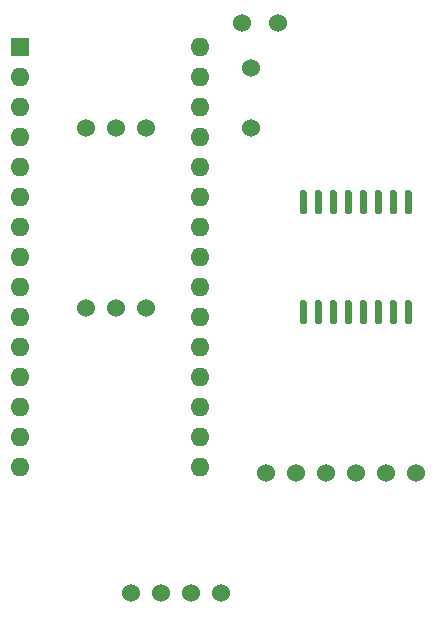
<source format=gbr>
%TF.GenerationSoftware,KiCad,Pcbnew,(5.1.10)-1*%
%TF.CreationDate,2021-10-20T12:04:41-04:00*%
%TF.ProjectId,mainboard,6d61696e-626f-4617-9264-2e6b69636164,rev?*%
%TF.SameCoordinates,Original*%
%TF.FileFunction,Soldermask,Top*%
%TF.FilePolarity,Negative*%
%FSLAX46Y46*%
G04 Gerber Fmt 4.6, Leading zero omitted, Abs format (unit mm)*
G04 Created by KiCad (PCBNEW (5.1.10)-1) date 2021-10-20 12:04:41*
%MOMM*%
%LPD*%
G01*
G04 APERTURE LIST*
%ADD10R,1.600000X1.600000*%
%ADD11O,1.600000X1.600000*%
%ADD12C,1.524000*%
G04 APERTURE END LIST*
D10*
%TO.C,A1*%
X90932000Y-57912000D03*
D11*
X106172000Y-90932000D03*
X90932000Y-60452000D03*
X106172000Y-88392000D03*
X90932000Y-62992000D03*
X106172000Y-85852000D03*
X90932000Y-65532000D03*
X106172000Y-83312000D03*
X90932000Y-68072000D03*
X106172000Y-80772000D03*
X90932000Y-70612000D03*
X106172000Y-78232000D03*
X90932000Y-73152000D03*
X106172000Y-75692000D03*
X90932000Y-75692000D03*
X106172000Y-73152000D03*
X90932000Y-78232000D03*
X106172000Y-70612000D03*
X90932000Y-80772000D03*
X106172000Y-68072000D03*
X90932000Y-83312000D03*
X106172000Y-65532000D03*
X90932000Y-85852000D03*
X106172000Y-62992000D03*
X90932000Y-88392000D03*
X106172000Y-60452000D03*
X90932000Y-90932000D03*
X106172000Y-57912000D03*
X90932000Y-93472000D03*
X106172000Y-93472000D03*
%TD*%
%TO.C,U1*%
G36*
G01*
X115085000Y-81367000D02*
X114785000Y-81367000D01*
G75*
G02*
X114635000Y-81217000I0J150000D01*
G01*
X114635000Y-79467000D01*
G75*
G02*
X114785000Y-79317000I150000J0D01*
G01*
X115085000Y-79317000D01*
G75*
G02*
X115235000Y-79467000I0J-150000D01*
G01*
X115235000Y-81217000D01*
G75*
G02*
X115085000Y-81367000I-150000J0D01*
G01*
G37*
G36*
G01*
X116355000Y-81367000D02*
X116055000Y-81367000D01*
G75*
G02*
X115905000Y-81217000I0J150000D01*
G01*
X115905000Y-79467000D01*
G75*
G02*
X116055000Y-79317000I150000J0D01*
G01*
X116355000Y-79317000D01*
G75*
G02*
X116505000Y-79467000I0J-150000D01*
G01*
X116505000Y-81217000D01*
G75*
G02*
X116355000Y-81367000I-150000J0D01*
G01*
G37*
G36*
G01*
X117625000Y-81367000D02*
X117325000Y-81367000D01*
G75*
G02*
X117175000Y-81217000I0J150000D01*
G01*
X117175000Y-79467000D01*
G75*
G02*
X117325000Y-79317000I150000J0D01*
G01*
X117625000Y-79317000D01*
G75*
G02*
X117775000Y-79467000I0J-150000D01*
G01*
X117775000Y-81217000D01*
G75*
G02*
X117625000Y-81367000I-150000J0D01*
G01*
G37*
G36*
G01*
X118895000Y-81367000D02*
X118595000Y-81367000D01*
G75*
G02*
X118445000Y-81217000I0J150000D01*
G01*
X118445000Y-79467000D01*
G75*
G02*
X118595000Y-79317000I150000J0D01*
G01*
X118895000Y-79317000D01*
G75*
G02*
X119045000Y-79467000I0J-150000D01*
G01*
X119045000Y-81217000D01*
G75*
G02*
X118895000Y-81367000I-150000J0D01*
G01*
G37*
G36*
G01*
X120165000Y-81367000D02*
X119865000Y-81367000D01*
G75*
G02*
X119715000Y-81217000I0J150000D01*
G01*
X119715000Y-79467000D01*
G75*
G02*
X119865000Y-79317000I150000J0D01*
G01*
X120165000Y-79317000D01*
G75*
G02*
X120315000Y-79467000I0J-150000D01*
G01*
X120315000Y-81217000D01*
G75*
G02*
X120165000Y-81367000I-150000J0D01*
G01*
G37*
G36*
G01*
X121435000Y-81367000D02*
X121135000Y-81367000D01*
G75*
G02*
X120985000Y-81217000I0J150000D01*
G01*
X120985000Y-79467000D01*
G75*
G02*
X121135000Y-79317000I150000J0D01*
G01*
X121435000Y-79317000D01*
G75*
G02*
X121585000Y-79467000I0J-150000D01*
G01*
X121585000Y-81217000D01*
G75*
G02*
X121435000Y-81367000I-150000J0D01*
G01*
G37*
G36*
G01*
X122705000Y-81367000D02*
X122405000Y-81367000D01*
G75*
G02*
X122255000Y-81217000I0J150000D01*
G01*
X122255000Y-79467000D01*
G75*
G02*
X122405000Y-79317000I150000J0D01*
G01*
X122705000Y-79317000D01*
G75*
G02*
X122855000Y-79467000I0J-150000D01*
G01*
X122855000Y-81217000D01*
G75*
G02*
X122705000Y-81367000I-150000J0D01*
G01*
G37*
G36*
G01*
X123975000Y-81367000D02*
X123675000Y-81367000D01*
G75*
G02*
X123525000Y-81217000I0J150000D01*
G01*
X123525000Y-79467000D01*
G75*
G02*
X123675000Y-79317000I150000J0D01*
G01*
X123975000Y-79317000D01*
G75*
G02*
X124125000Y-79467000I0J-150000D01*
G01*
X124125000Y-81217000D01*
G75*
G02*
X123975000Y-81367000I-150000J0D01*
G01*
G37*
G36*
G01*
X123975000Y-72067000D02*
X123675000Y-72067000D01*
G75*
G02*
X123525000Y-71917000I0J150000D01*
G01*
X123525000Y-70167000D01*
G75*
G02*
X123675000Y-70017000I150000J0D01*
G01*
X123975000Y-70017000D01*
G75*
G02*
X124125000Y-70167000I0J-150000D01*
G01*
X124125000Y-71917000D01*
G75*
G02*
X123975000Y-72067000I-150000J0D01*
G01*
G37*
G36*
G01*
X122705000Y-72067000D02*
X122405000Y-72067000D01*
G75*
G02*
X122255000Y-71917000I0J150000D01*
G01*
X122255000Y-70167000D01*
G75*
G02*
X122405000Y-70017000I150000J0D01*
G01*
X122705000Y-70017000D01*
G75*
G02*
X122855000Y-70167000I0J-150000D01*
G01*
X122855000Y-71917000D01*
G75*
G02*
X122705000Y-72067000I-150000J0D01*
G01*
G37*
G36*
G01*
X121435000Y-72067000D02*
X121135000Y-72067000D01*
G75*
G02*
X120985000Y-71917000I0J150000D01*
G01*
X120985000Y-70167000D01*
G75*
G02*
X121135000Y-70017000I150000J0D01*
G01*
X121435000Y-70017000D01*
G75*
G02*
X121585000Y-70167000I0J-150000D01*
G01*
X121585000Y-71917000D01*
G75*
G02*
X121435000Y-72067000I-150000J0D01*
G01*
G37*
G36*
G01*
X120165000Y-72067000D02*
X119865000Y-72067000D01*
G75*
G02*
X119715000Y-71917000I0J150000D01*
G01*
X119715000Y-70167000D01*
G75*
G02*
X119865000Y-70017000I150000J0D01*
G01*
X120165000Y-70017000D01*
G75*
G02*
X120315000Y-70167000I0J-150000D01*
G01*
X120315000Y-71917000D01*
G75*
G02*
X120165000Y-72067000I-150000J0D01*
G01*
G37*
G36*
G01*
X118895000Y-72067000D02*
X118595000Y-72067000D01*
G75*
G02*
X118445000Y-71917000I0J150000D01*
G01*
X118445000Y-70167000D01*
G75*
G02*
X118595000Y-70017000I150000J0D01*
G01*
X118895000Y-70017000D01*
G75*
G02*
X119045000Y-70167000I0J-150000D01*
G01*
X119045000Y-71917000D01*
G75*
G02*
X118895000Y-72067000I-150000J0D01*
G01*
G37*
G36*
G01*
X117625000Y-72067000D02*
X117325000Y-72067000D01*
G75*
G02*
X117175000Y-71917000I0J150000D01*
G01*
X117175000Y-70167000D01*
G75*
G02*
X117325000Y-70017000I150000J0D01*
G01*
X117625000Y-70017000D01*
G75*
G02*
X117775000Y-70167000I0J-150000D01*
G01*
X117775000Y-71917000D01*
G75*
G02*
X117625000Y-72067000I-150000J0D01*
G01*
G37*
G36*
G01*
X116355000Y-72067000D02*
X116055000Y-72067000D01*
G75*
G02*
X115905000Y-71917000I0J150000D01*
G01*
X115905000Y-70167000D01*
G75*
G02*
X116055000Y-70017000I150000J0D01*
G01*
X116355000Y-70017000D01*
G75*
G02*
X116505000Y-70167000I0J-150000D01*
G01*
X116505000Y-71917000D01*
G75*
G02*
X116355000Y-72067000I-150000J0D01*
G01*
G37*
G36*
G01*
X115085000Y-72067000D02*
X114785000Y-72067000D01*
G75*
G02*
X114635000Y-71917000I0J150000D01*
G01*
X114635000Y-70167000D01*
G75*
G02*
X114785000Y-70017000I150000J0D01*
G01*
X115085000Y-70017000D01*
G75*
G02*
X115235000Y-70167000I0J-150000D01*
G01*
X115235000Y-71917000D01*
G75*
G02*
X115085000Y-72067000I-150000J0D01*
G01*
G37*
%TD*%
D12*
%TO.C,U4*%
X111760000Y-93980000D03*
X114300000Y-93980000D03*
X116840000Y-93980000D03*
X119380000Y-93980000D03*
X121920000Y-93980000D03*
X124460000Y-93980000D03*
%TD*%
%TO.C,U3*%
X100330000Y-104140000D03*
X102870000Y-104140000D03*
X105410000Y-104140000D03*
X107950000Y-104140000D03*
%TD*%
%TO.C,U7*%
X110490000Y-59690000D03*
X110490000Y-64770000D03*
%TD*%
%TO.C,U6*%
X96520000Y-80010000D03*
X99060000Y-80010000D03*
X101600000Y-80010000D03*
X96520000Y-64770000D03*
X99060000Y-64770000D03*
X101600000Y-64770000D03*
%TD*%
%TO.C,U5*%
X112776000Y-55880000D03*
X109728000Y-55880000D03*
%TD*%
M02*

</source>
